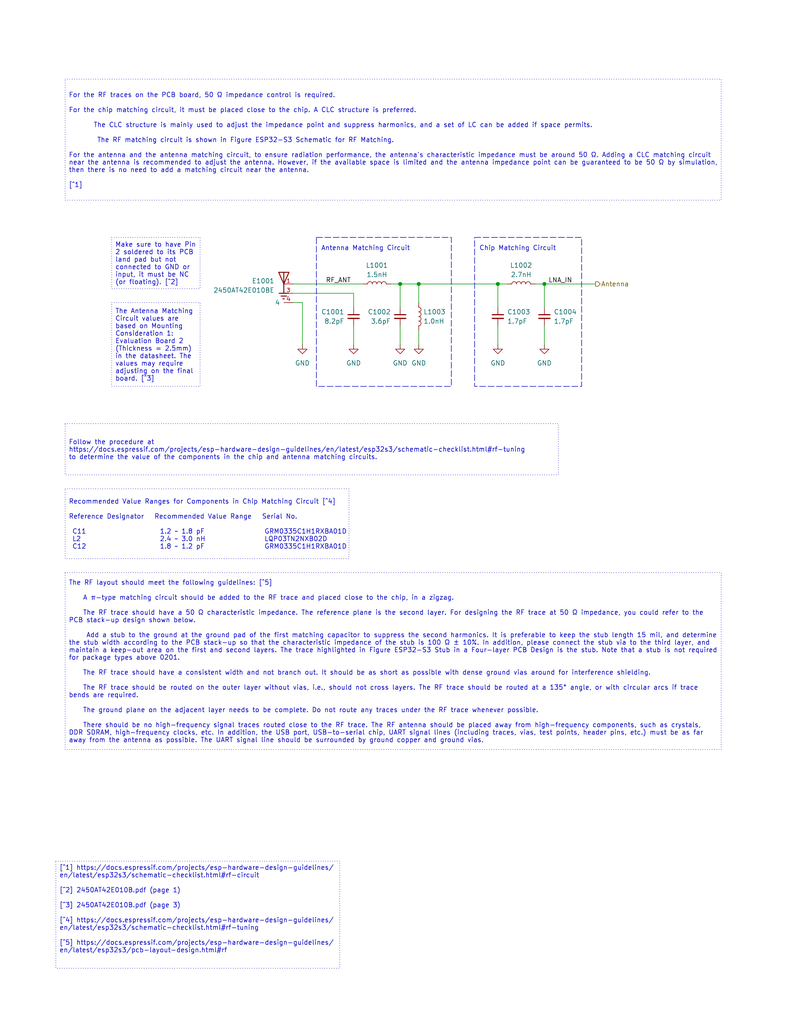
<source format=kicad_sch>
(kicad_sch
	(version 20231120)
	(generator "eeschema")
	(generator_version "8.0")
	(uuid "032684cc-a5f0-4554-b7fb-5c15ba3671a5")
	(paper "A" portrait)
	(title_block
		(title "Comms Badge Voice Assistant")
		(date "2024-03-02")
		(rev "0.1.1")
		(company "Home Sweet Home Assistant")
	)
	(lib_symbols
		(symbol "Comms Badge Voice Assistant Project:2450AT42E010BE"
			(pin_names
				(offset 1.016)
			)
			(exclude_from_sim no)
			(in_bom yes)
			(on_board yes)
			(property "Reference" "E1001"
				(at 2.54 0.8255 0)
				(effects
					(font
						(size 1.27 1.27)
					)
					(justify left)
				)
			)
			(property "Value" "2450AT42E010BE"
				(at 2.54 -1.7145 0)
				(effects
					(font
						(size 1.27 1.27)
					)
					(justify left)
				)
			)
			(property "Footprint" "2450AT42E010BE:XDCR_2450AT42E010BE"
				(at 0 0 0)
				(effects
					(font
						(size 1.27 1.27)
					)
					(justify bottom)
					(hide yes)
				)
			)
			(property "Datasheet" "https://www.johansontechnology.com/datasheets/2450AT42E010B/2450AT42E010B.pdf"
				(at 0 0 0)
				(effects
					(font
						(size 1.27 1.27)
					)
					(hide yes)
				)
			)
			(property "Description" ""
				(at 0 0 0)
				(effects
					(font
						(size 1.27 1.27)
					)
					(hide yes)
				)
			)
			(property "LCSC #" "C17243480"
				(at 0 0 0)
				(effects
					(font
						(size 1.27 1.27)
					)
					(hide yes)
				)
			)
			(property "Mfr. Part #" "2450AT42E010B001E"
				(at 0 0 0)
				(effects
					(font
						(size 1.27 1.27)
					)
					(hide yes)
				)
			)
			(property "DigiKey #" "712-2450AT42E010B001ECT-ND"
				(at 0 0 0)
				(effects
					(font
						(size 1.27 1.27)
					)
					(hide yes)
				)
			)
			(property "Mouser #" "609-2450AT42E010BE"
				(at 0 0 0)
				(effects
					(font
						(size 1.27 1.27)
					)
					(hide yes)
				)
			)
			(property "Price" "0.72"
				(at 0 0 0)
				(effects
					(font
						(size 1.27 1.27)
					)
					(hide yes)
				)
			)
			(symbol "2450AT42E010BE_0_0"
				(polyline
					(pts
						(xy -1.397 3.175) (xy 0 3.175)
					)
					(stroke
						(width 0.254)
						(type default)
					)
					(fill
						(type none)
					)
				)
				(polyline
					(pts
						(xy -0.762 -3.302) (xy 0.762 -3.302)
					)
					(stroke
						(width 0.254)
						(type default)
					)
					(fill
						(type none)
					)
				)
				(polyline
					(pts
						(xy -0.127 -4.064) (xy 0.254 -4.064)
					)
					(stroke
						(width 0.254)
						(type default)
					)
					(fill
						(type none)
					)
				)
				(polyline
					(pts
						(xy 0 -2.54) (xy -1.27 -2.54)
					)
					(stroke
						(width 0.254)
						(type default)
					)
					(fill
						(type none)
					)
				)
				(polyline
					(pts
						(xy 0 -2.54) (xy 1.27 -2.54)
					)
					(stroke
						(width 0.254)
						(type default)
					)
					(fill
						(type none)
					)
				)
				(polyline
					(pts
						(xy 0 0) (xy -1.397 3.175)
					)
					(stroke
						(width 0.254)
						(type default)
					)
					(fill
						(type none)
					)
				)
				(polyline
					(pts
						(xy 0 0) (xy 0 -2.54)
					)
					(stroke
						(width 0.254)
						(type default)
					)
					(fill
						(type none)
					)
				)
				(polyline
					(pts
						(xy 0 3.175) (xy 0 0)
					)
					(stroke
						(width 0.254)
						(type default)
					)
					(fill
						(type none)
					)
				)
				(polyline
					(pts
						(xy 0 3.175) (xy 1.397 3.175)
					)
					(stroke
						(width 0.254)
						(type default)
					)
					(fill
						(type none)
					)
				)
				(polyline
					(pts
						(xy 1.397 3.175) (xy 0 0)
					)
					(stroke
						(width 0.254)
						(type default)
					)
					(fill
						(type none)
					)
				)
				(pin passive line
					(at -2.54 0 0)
					(length 2.54)
					(name "~"
						(effects
							(font
								(size 1.016 1.016)
							)
						)
					)
					(number "1"
						(effects
							(font
								(size 1.016 1.016)
							)
						)
					)
				)
				(pin power_in line
					(at -2.54 -2.54 0)
					(length 2.54)
					(name "~"
						(effects
							(font
								(size 1.016 1.016)
							)
						)
					)
					(number "3"
						(effects
							(font
								(size 1.016 1.016)
							)
						)
					)
				)
			)
			(symbol "2450AT42E010BE_1_1"
				(pin no_connect line
					(at -2.54 -7.62 0)
					(length 2.54) hide
					(name "2"
						(effects
							(font
								(size 1.27 1.27)
							)
						)
					)
					(number "2"
						(effects
							(font
								(size 1.27 1.27)
							)
						)
					)
				)
				(pin power_in line
					(at -2.54 -5.08 0)
					(length 2.54)
					(name "4"
						(effects
							(font
								(size 1.27 1.27)
							)
						)
					)
					(number "4"
						(effects
							(font
								(size 1.27 1.27)
							)
						)
					)
				)
			)
		)
		(symbol "Comms Badge Voice Assistant Project:C_Small"
			(pin_numbers hide)
			(pin_names
				(offset 0.254) hide)
			(exclude_from_sim no)
			(in_bom yes)
			(on_board yes)
			(property "Reference" "C"
				(at 0.254 1.778 0)
				(effects
					(font
						(size 1.27 1.27)
					)
					(justify left)
				)
			)
			(property "Value" "C_Small"
				(at 0.254 -2.032 0)
				(effects
					(font
						(size 1.27 1.27)
					)
					(justify left)
				)
			)
			(property "Footprint" ""
				(at 0 0 0)
				(effects
					(font
						(size 1.27 1.27)
					)
					(hide yes)
				)
			)
			(property "Datasheet" "~"
				(at 0 0 0)
				(effects
					(font
						(size 1.27 1.27)
					)
					(hide yes)
				)
			)
			(property "Description" "Unpolarized capacitor, small symbol"
				(at 0 0 0)
				(effects
					(font
						(size 1.27 1.27)
					)
					(hide yes)
				)
			)
			(property "ki_keywords" "capacitor cap"
				(at 0 0 0)
				(effects
					(font
						(size 1.27 1.27)
					)
					(hide yes)
				)
			)
			(property "ki_fp_filters" "C_*"
				(at 0 0 0)
				(effects
					(font
						(size 1.27 1.27)
					)
					(hide yes)
				)
			)
			(symbol "C_Small_0_1"
				(polyline
					(pts
						(xy -1.524 -0.508) (xy 1.524 -0.508)
					)
					(stroke
						(width 0.3302)
						(type default)
					)
					(fill
						(type none)
					)
				)
				(polyline
					(pts
						(xy -1.524 0.508) (xy 1.524 0.508)
					)
					(stroke
						(width 0.3048)
						(type default)
					)
					(fill
						(type none)
					)
				)
			)
			(symbol "C_Small_1_1"
				(pin passive line
					(at 0 2.54 270)
					(length 2.032)
					(name "~"
						(effects
							(font
								(size 1.27 1.27)
							)
						)
					)
					(number "1"
						(effects
							(font
								(size 1.27 1.27)
							)
						)
					)
				)
				(pin passive line
					(at 0 -2.54 90)
					(length 2.032)
					(name "~"
						(effects
							(font
								(size 1.27 1.27)
							)
						)
					)
					(number "2"
						(effects
							(font
								(size 1.27 1.27)
							)
						)
					)
				)
			)
		)
		(symbol "Comms Badge Voice Assistant Project:GND"
			(power)
			(pin_names
				(offset 0)
			)
			(exclude_from_sim no)
			(in_bom yes)
			(on_board yes)
			(property "Reference" "#PWR"
				(at 0 -6.35 0)
				(effects
					(font
						(size 1.27 1.27)
					)
					(hide yes)
				)
			)
			(property "Value" "GND"
				(at 0 -3.81 0)
				(effects
					(font
						(size 1.27 1.27)
					)
				)
			)
			(property "Footprint" ""
				(at 0 0 0)
				(effects
					(font
						(size 1.27 1.27)
					)
					(hide yes)
				)
			)
			(property "Datasheet" ""
				(at 0 0 0)
				(effects
					(font
						(size 1.27 1.27)
					)
					(hide yes)
				)
			)
			(property "Description" "Power symbol creates a global label with name \"GND\" , ground"
				(at 0 0 0)
				(effects
					(font
						(size 1.27 1.27)
					)
					(hide yes)
				)
			)
			(property "ki_keywords" "global power"
				(at 0 0 0)
				(effects
					(font
						(size 1.27 1.27)
					)
					(hide yes)
				)
			)
			(symbol "GND_0_1"
				(polyline
					(pts
						(xy 0 0) (xy 0 -1.27) (xy 1.27 -1.27) (xy 0 -2.54) (xy -1.27 -1.27) (xy 0 -1.27)
					)
					(stroke
						(width 0)
						(type default)
					)
					(fill
						(type none)
					)
				)
			)
			(symbol "GND_1_1"
				(pin power_in line
					(at 0 0 270)
					(length 0) hide
					(name "GND"
						(effects
							(font
								(size 1.27 1.27)
							)
						)
					)
					(number "1"
						(effects
							(font
								(size 1.27 1.27)
							)
						)
					)
				)
			)
		)
		(symbol "Comms Badge Voice Assistant Project:L"
			(pin_numbers hide)
			(pin_names
				(offset 1.016) hide)
			(exclude_from_sim no)
			(in_bom yes)
			(on_board yes)
			(property "Reference" "L"
				(at -1.27 0 90)
				(effects
					(font
						(size 1.27 1.27)
					)
				)
			)
			(property "Value" "L"
				(at 1.905 0 90)
				(effects
					(font
						(size 1.27 1.27)
					)
				)
			)
			(property "Footprint" ""
				(at 0 0 0)
				(effects
					(font
						(size 1.27 1.27)
					)
					(hide yes)
				)
			)
			(property "Datasheet" "~"
				(at 0 0 0)
				(effects
					(font
						(size 1.27 1.27)
					)
					(hide yes)
				)
			)
			(property "Description" "Inductor"
				(at 0 0 0)
				(effects
					(font
						(size 1.27 1.27)
					)
					(hide yes)
				)
			)
			(property "ki_keywords" "inductor choke coil reactor magnetic"
				(at 0 0 0)
				(effects
					(font
						(size 1.27 1.27)
					)
					(hide yes)
				)
			)
			(property "ki_fp_filters" "Choke_* *Coil* Inductor_* L_*"
				(at 0 0 0)
				(effects
					(font
						(size 1.27 1.27)
					)
					(hide yes)
				)
			)
			(symbol "L_0_1"
				(arc
					(start 0 -2.54)
					(mid 0.6323 -1.905)
					(end 0 -1.27)
					(stroke
						(width 0)
						(type default)
					)
					(fill
						(type none)
					)
				)
				(arc
					(start 0 -1.27)
					(mid 0.6323 -0.635)
					(end 0 0)
					(stroke
						(width 0)
						(type default)
					)
					(fill
						(type none)
					)
				)
				(arc
					(start 0 0)
					(mid 0.6323 0.635)
					(end 0 1.27)
					(stroke
						(width 0)
						(type default)
					)
					(fill
						(type none)
					)
				)
				(arc
					(start 0 1.27)
					(mid 0.6323 1.905)
					(end 0 2.54)
					(stroke
						(width 0)
						(type default)
					)
					(fill
						(type none)
					)
				)
			)
			(symbol "L_1_1"
				(pin passive line
					(at 0 3.81 270)
					(length 1.27)
					(name "1"
						(effects
							(font
								(size 1.27 1.27)
							)
						)
					)
					(number "1"
						(effects
							(font
								(size 1.27 1.27)
							)
						)
					)
				)
				(pin passive line
					(at 0 -3.81 90)
					(length 1.27)
					(name "2"
						(effects
							(font
								(size 1.27 1.27)
							)
						)
					)
					(number "2"
						(effects
							(font
								(size 1.27 1.27)
							)
						)
					)
				)
			)
		)
	)
	(junction
		(at 109.22 77.47)
		(diameter 0)
		(color 0 0 0 0)
		(uuid "5f6b87e0-7b02-495d-a4a6-3ec0f7bad1f5")
	)
	(junction
		(at 135.89 77.47)
		(diameter 0)
		(color 0 0 0 0)
		(uuid "d5de757e-91a3-4ac0-8b49-e2f884aea916")
	)
	(junction
		(at 148.59 77.47)
		(diameter 0)
		(color 0 0 0 0)
		(uuid "ee9391f8-8d47-4bf1-8939-fcd76732959c")
	)
	(junction
		(at 114.3 77.47)
		(diameter 0)
		(color 0 0 0 0)
		(uuid "faafd843-87ae-4eb6-8cd9-3cc3a3c9d7d1")
	)
	(wire
		(pts
			(xy 148.59 88.9) (xy 148.59 93.98)
		)
		(stroke
			(width 0)
			(type default)
		)
		(uuid "03b83b28-cfd1-4ae5-bf99-5605d49d390b")
	)
	(wire
		(pts
			(xy 80.01 80.01) (xy 96.52 80.01)
		)
		(stroke
			(width 0)
			(type default)
		)
		(uuid "077e89f6-e3ee-42ae-bb63-b5e3af23764e")
	)
	(wire
		(pts
			(xy 96.52 88.9) (xy 96.52 93.98)
		)
		(stroke
			(width 0)
			(type default)
		)
		(uuid "0b49214f-edaf-40a1-8662-08ccb1966d8a")
	)
	(wire
		(pts
			(xy 135.89 77.47) (xy 135.89 83.82)
		)
		(stroke
			(width 0)
			(type default)
		)
		(uuid "0cd40f98-03b3-48b1-88c9-7c8d15a069db")
	)
	(wire
		(pts
			(xy 80.01 82.55) (xy 82.55 82.55)
		)
		(stroke
			(width 0)
			(type default)
		)
		(uuid "1064ff66-09ff-459f-b6da-6bf016f0422c")
	)
	(wire
		(pts
			(xy 109.22 77.47) (xy 109.22 83.82)
		)
		(stroke
			(width 0)
			(type default)
		)
		(uuid "13c53617-8603-4855-afc4-3bf3e079ad89")
	)
	(wire
		(pts
			(xy 106.68 77.47) (xy 109.22 77.47)
		)
		(stroke
			(width 0)
			(type default)
		)
		(uuid "248076f9-6aca-4dd6-917d-06271e0312d5")
	)
	(wire
		(pts
			(xy 114.3 90.17) (xy 114.3 93.98)
		)
		(stroke
			(width 0)
			(type default)
		)
		(uuid "25295b1f-e88e-40b7-8a30-8750e89371bf")
	)
	(wire
		(pts
			(xy 82.55 82.55) (xy 82.55 93.98)
		)
		(stroke
			(width 0)
			(type default)
		)
		(uuid "2aa43e78-17f9-4808-861a-b10611fc9cb0")
	)
	(wire
		(pts
			(xy 146.05 77.47) (xy 148.59 77.47)
		)
		(stroke
			(width 0)
			(type default)
		)
		(uuid "35863fee-46ac-46be-9dd5-e1b7d7cba006")
	)
	(wire
		(pts
			(xy 109.22 88.9) (xy 109.22 93.98)
		)
		(stroke
			(width 0)
			(type default)
		)
		(uuid "3cc0c4ce-6696-4bc2-8d02-f927e927bef0")
	)
	(wire
		(pts
			(xy 114.3 77.47) (xy 135.89 77.47)
		)
		(stroke
			(width 0)
			(type default)
		)
		(uuid "49582b28-d2cd-4a4e-bcbe-47c80f2e9fb1")
	)
	(wire
		(pts
			(xy 148.59 83.82) (xy 148.59 77.47)
		)
		(stroke
			(width 0)
			(type default)
		)
		(uuid "54953d13-997a-4959-839d-3cfb50e23d8f")
	)
	(wire
		(pts
			(xy 114.3 77.47) (xy 114.3 82.55)
		)
		(stroke
			(width 0)
			(type default)
		)
		(uuid "6c70c046-1d15-47f9-b48a-7c5b3dfef3b1")
	)
	(wire
		(pts
			(xy 109.22 77.47) (xy 114.3 77.47)
		)
		(stroke
			(width 0)
			(type default)
		)
		(uuid "7743b7f7-58f9-4cfc-94f8-c60fdb715de4")
	)
	(wire
		(pts
			(xy 135.89 77.47) (xy 138.43 77.47)
		)
		(stroke
			(width 0)
			(type default)
		)
		(uuid "8e9d29f7-82d3-4607-9955-160683264bfd")
	)
	(wire
		(pts
			(xy 148.59 77.47) (xy 162.56 77.47)
		)
		(stroke
			(width 0)
			(type default)
		)
		(uuid "93d1cd0b-edaf-4d30-a44a-684a06987707")
	)
	(wire
		(pts
			(xy 96.52 80.01) (xy 96.52 83.82)
		)
		(stroke
			(width 0)
			(type default)
		)
		(uuid "9ec17a57-b886-491d-97ab-e7b9a01f8e88")
	)
	(wire
		(pts
			(xy 80.01 77.47) (xy 99.06 77.47)
		)
		(stroke
			(width 0)
			(type default)
		)
		(uuid "c31964ff-e596-4b2a-8a69-9199e55181a6")
	)
	(wire
		(pts
			(xy 135.89 88.9) (xy 135.89 93.98)
		)
		(stroke
			(width 0)
			(type default)
		)
		(uuid "cfed0799-d3ed-4800-b041-f2223f377acb")
	)
	(rectangle
		(start 129.54 64.77)
		(end 158.75 105.41)
		(stroke
			(width 0)
			(type dash)
		)
		(fill
			(type none)
		)
		(uuid 2307737a-b3c8-475c-a5d3-698643a26f7a)
	)
	(rectangle
		(start 86.36 64.77)
		(end 123.19 105.41)
		(stroke
			(width 0)
			(type dash)
		)
		(fill
			(type none)
		)
		(uuid 4a8c53db-4a4a-4583-9671-1836130d4252)
	)
	(text_box "The RF layout should meet the following guidelines: [^5]\n\n    A π-type matching circuit should be added to the RF trace and placed close to the chip, in a zigzag.\n\n    The RF trace should have a 50 Ω characteristic impedance. The reference plane is the second layer. For designing the RF trace at 50 Ω impedance, you could refer to the PCB stack-up design shown below.\n\n	Add a stub to the ground at the ground pad of the first matching capacitor to suppress the second harmonics. It is preferable to keep the stub length 15 mil, and determine the stub width according to the PCB stack-up so that the characteristic impedance of the stub is 100 Ω ± 10%. In addition, please connect the stub via to the third layer, and maintain a keep-out area on the first and second layers. The trace highlighted in Figure ESP32-S3 Stub in a Four-layer PCB Design is the stub. Note that a stub is not required for package types above 0201.\n\n    The RF trace should have a consistent width and not branch out. It should be as short as possible with dense ground vias around for interference shielding.\n\n    The RF trace should be routed on the outer layer without vias, i.e., should not cross layers. The RF trace should be routed at a 135° angle, or with circular arcs if trace bends are required.\n\n    The ground plane on the adjacent layer needs to be complete. Do not route any traces under the RF trace whenever possible.\n\n    There should be no high-frequency signal traces routed close to the RF trace. The RF antenna should be placed away from high-frequency components, such as crystals, DDR SDRAM, high-frequency clocks, etc. In addition, the USB port, USB-to-serial chip, UART signal lines (including traces, vias, test points, header pins, etc.) must be as far away from the antenna as possible. The UART signal line should be surrounded by ground copper and ground vias.\n"
		(exclude_from_sim no)
		(at 17.78 156.21 0)
		(size 179.07 48.26)
		(stroke
			(width 0)
			(type dot)
		)
		(fill
			(type none)
		)
		(effects
			(font
				(size 1.27 1.27)
			)
			(justify left)
		)
		(uuid "21b85e41-ae14-488c-9f81-360ed96b1a98")
	)
	(text_box "Recommended Value Ranges for Components in Chip Matching Circuit [^4]\n\nReference Designator   Recommended Value Range   Serial No.\n\n C11			     1.2 ~ 1.8 pF		   GRM0335C1H1RXBA01D\n L2				     2.4 ~ 3.0 nH		   LQP03TN2NXB02D\n C12			     1.8 ~ 1.2 pF		   GRM0335C1H1RXBA01D"
		(exclude_from_sim no)
		(at 17.78 133.35 0)
		(size 77.47 19.05)
		(stroke
			(width 0)
			(type dot)
		)
		(fill
			(type none)
		)
		(effects
			(font
				(size 1.27 1.27)
			)
			(justify left)
		)
		(uuid "2ad62c15-de3c-4475-b90f-1130bad353f4")
	)
	(text_box "Follow the procedure at\nhttps://docs.espressif.com/projects/esp-hardware-design-guidelines/en/latest/esp32s3/schematic-checklist.html#rf-tuning\nto determine the value of the components in the chip and antenna matching circuits."
		(exclude_from_sim no)
		(at 17.78 115.57 0)
		(size 134.62 13.97)
		(stroke
			(width 0)
			(type dot)
		)
		(fill
			(type none)
		)
		(effects
			(font
				(size 1.27 1.27)
			)
			(justify left)
		)
		(uuid "72d8ad01-a09b-4bc9-bf0d-e4f2b2d146ca")
	)
	(text_box "Make sure to have Pin 2 soldered to its PCB land pad but not connected to GND or input, it must be NC (or floating). [^2]"
		(exclude_from_sim no)
		(at 30.48 64.77 0)
		(size 24.13 13.97)
		(stroke
			(width 0)
			(type dot)
		)
		(fill
			(type none)
		)
		(effects
			(font
				(size 1.27 1.27)
			)
			(justify left)
		)
		(uuid "804d727d-7cba-4231-a8d3-6416b82b4174")
	)
	(text_box "[^1] https://docs.espressif.com/projects/esp-hardware-design-guidelines/\nen/latest/esp32s3/schematic-checklist.html#rf-circuit\n\n[^2] 2450AT42E010B.pdf (page 1)\n\n[^3] 2450AT42E010B.pdf (page 3)\n\n[^4] https://docs.espressif.com/projects/esp-hardware-design-guidelines/\nen/latest/esp32s3/schematic-checklist.html#rf-tuning\n\n[^5] https://docs.espressif.com/projects/esp-hardware-design-guidelines/\nen/latest/esp32s3/pcb-layout-design.html#rf"
		(exclude_from_sim no)
		(at 15.24 234.95 0)
		(size 77.47 29.21)
		(stroke
			(width 0)
			(type dot)
		)
		(fill
			(type none)
		)
		(effects
			(font
				(size 1.27 1.27)
			)
			(justify left top)
		)
		(uuid "8f167009-b33b-4555-9d9d-59685f6f23d5")
	)
	(text_box "The Antenna Matching Circuit values are based on Mounting Consideration 1: Evaluation Board 2 (Thickness = 2.5mm) in the datasheet. The values may require adjusting on the final board. [^3]"
		(exclude_from_sim no)
		(at 30.48 82.55 0)
		(size 24.13 22.86)
		(stroke
			(width 0)
			(type dot)
		)
		(fill
			(type none)
		)
		(effects
			(font
				(size 1.27 1.27)
			)
			(justify left)
		)
		(uuid "900ecf46-9e59-4556-8e6e-733651a71c81")
	)
	(text_box "For the RF traces on the PCB board, 50 Ω impedance control is required.\n\nFor the chip matching circuit, it must be placed close to the chip. A CLC structure is preferred.\n\n       The CLC structure is mainly used to adjust the impedance point and suppress harmonics, and a set of LC can be added if space permits.\n\n        The RF matching circuit is shown in Figure ESP32-S3 Schematic for RF Matching.\n\nFor the antenna and the antenna matching circuit, to ensure radiation performance, the antenna's characteristic impedance must be around 50 Ω. Adding a CLC matching circuit near the antenna is recommended to adjust the antenna. However, if the available space is limited and the antenna impedance point can be guaranteed to be 50 Ω by simulation, then there is no need to add a matching circuit near the antenna.\n\n[^1]"
		(exclude_from_sim no)
		(at 17.78 21.59 0)
		(size 179.07 33.02)
		(stroke
			(width 0)
			(type dot)
		)
		(fill
			(type none)
		)
		(effects
			(font
				(size 1.27 1.27)
			)
			(justify left)
		)
		(uuid "90781196-9e2e-44d1-8a5c-97a0610578e9")
	)
	(text "Chip Matching Circuit"
		(exclude_from_sim no)
		(at 130.81 67.818 0)
		(effects
			(font
				(size 1.27 1.27)
			)
			(justify left)
		)
		(uuid "40d2571b-308e-425b-b8f4-d16f8f3c02f8")
	)
	(text "Antenna Matching Circuit"
		(exclude_from_sim no)
		(at 87.63 67.818 0)
		(effects
			(font
				(size 1.27 1.27)
			)
			(justify left)
		)
		(uuid "b6543d73-40e5-41d1-914d-fd5347f421d4")
	)
	(label "RF_ANT"
		(at 88.9 77.47 0)
		(fields_autoplaced yes)
		(effects
			(font
				(size 1.27 1.27)
			)
			(justify left bottom)
		)
		(uuid "04f03572-306e-49b0-98c0-eb132af14ad5")
	)
	(label "LNA_IN"
		(at 156.21 77.47 180)
		(fields_autoplaced yes)
		(effects
			(font
				(size 1.27 1.27)
			)
			(justify right bottom)
		)
		(uuid "4e7792d3-ea1c-4edf-bacf-129a4655764d")
	)
	(hierarchical_label "Antenna"
		(shape output)
		(at 162.56 77.47 0)
		(fields_autoplaced yes)
		(effects
			(font
				(size 1.27 1.27)
			)
			(justify left)
		)
		(uuid "db1a2355-3e47-4549-b1a6-e3af30bac59b")
	)
	(symbol
		(lib_id "Comms Badge Voice Assistant Project:GND")
		(at 96.52 93.98 0)
		(unit 1)
		(exclude_from_sim no)
		(in_bom yes)
		(on_board yes)
		(dnp no)
		(fields_autoplaced yes)
		(uuid "0a1382a6-f49a-4c1e-ad85-b77121ca946d")
		(property "Reference" "#PWR01001"
			(at 96.52 100.33 0)
			(effects
				(font
					(size 1.27 1.27)
				)
				(hide yes)
			)
		)
		(property "Value" "GND"
			(at 96.52 99.06 0)
			(effects
				(font
					(size 1.27 1.27)
				)
			)
		)
		(property "Footprint" ""
			(at 96.52 93.98 0)
			(effects
				(font
					(size 1.27 1.27)
				)
				(hide yes)
			)
		)
		(property "Datasheet" ""
			(at 96.52 93.98 0)
			(effects
				(font
					(size 1.27 1.27)
				)
				(hide yes)
			)
		)
		(property "Description" ""
			(at 96.52 93.98 0)
			(effects
				(font
					(size 1.27 1.27)
				)
				(hide yes)
			)
		)
		(pin "1"
			(uuid "24963ed4-38e0-4ae4-8f9c-c380f75e34ef")
		)
		(instances
			(project "Comms Badge Voice Assistant Project"
				(path "/615e3260-ff62-492c-a651-02eeac1fdade/5fa97130-643a-4419-aa6c-6ca7316b1e6f/8295f915-3f19-4132-afe5-0fc10775fdbd"
					(reference "#PWR01001")
					(unit 1)
				)
			)
		)
	)
	(symbol
		(lib_id "Comms Badge Voice Assistant Project:2450AT42E010BE")
		(at 77.47 77.47 0)
		(mirror y)
		(unit 1)
		(exclude_from_sim no)
		(in_bom yes)
		(on_board yes)
		(dnp no)
		(uuid "0a8a80c5-3f07-4fdd-9aa7-a324b29e8503")
		(property "Reference" "E1001"
			(at 74.93 76.6445 0)
			(effects
				(font
					(size 1.27 1.27)
				)
				(justify left)
			)
		)
		(property "Value" "2450AT42E010BE"
			(at 74.93 79.1845 0)
			(effects
				(font
					(size 1.27 1.27)
				)
				(justify left)
			)
		)
		(property "Footprint" "2450AT42E010BE:XDCR_2450AT42E010BE"
			(at 77.47 77.47 0)
			(effects
				(font
					(size 1.27 1.27)
				)
				(justify bottom)
				(hide yes)
			)
		)
		(property "Datasheet" "https://www.johansontechnology.com/datasheets/2450AT42E010B/2450AT42E010B.pdf"
			(at 77.47 77.47 0)
			(effects
				(font
					(size 1.27 1.27)
				)
				(hide yes)
			)
		)
		(property "Description" ""
			(at 77.47 77.47 0)
			(effects
				(font
					(size 1.27 1.27)
				)
				(hide yes)
			)
		)
		(property "LCSC #" "C17243480"
			(at 77.47 77.47 0)
			(effects
				(font
					(size 1.27 1.27)
				)
				(hide yes)
			)
		)
		(property "Mfr. Part #" "2450AT42E010B001E"
			(at 77.47 77.47 0)
			(effects
				(font
					(size 1.27 1.27)
				)
				(hide yes)
			)
		)
		(property "DigiKey #" "712-2450AT42E010B001ECT-ND"
			(at 77.47 77.47 0)
			(effects
				(font
					(size 1.27 1.27)
				)
				(hide yes)
			)
		)
		(property "Mouser #" "609-2450AT42E010BE"
			(at 77.47 77.47 0)
			(effects
				(font
					(size 1.27 1.27)
				)
				(hide yes)
			)
		)
		(property "Price" "0.72"
			(at 77.47 77.47 0)
			(effects
				(font
					(size 1.27 1.27)
				)
				(hide yes)
			)
		)
		(pin "1"
			(uuid "3f27c784-9c8d-4ba7-8c46-87023b33e782")
		)
		(pin "3"
			(uuid "d58d0385-2136-4635-bc93-f16932f7e610")
		)
		(pin "2"
			(uuid "e1e8c8f1-4af6-468f-985b-b34149b148ca")
		)
		(pin "4"
			(uuid "12238c67-28f2-4f95-83be-e18ce05f9b2d")
		)
		(instances
			(project "Comms Badge Voice Assistant Project"
				(path "/615e3260-ff62-492c-a651-02eeac1fdade/5fa97130-643a-4419-aa6c-6ca7316b1e6f/8295f915-3f19-4132-afe5-0fc10775fdbd"
					(reference "E1001")
					(unit 1)
				)
			)
		)
	)
	(symbol
		(lib_id "Comms Badge Voice Assistant Project:C_Small")
		(at 109.22 86.36 0)
		(mirror y)
		(unit 1)
		(exclude_from_sim no)
		(in_bom yes)
		(on_board yes)
		(dnp no)
		(uuid "22bd4f17-d070-4eb8-bbca-46a8cb1632cf")
		(property "Reference" "C1002"
			(at 106.68 85.0963 0)
			(effects
				(font
					(size 1.27 1.27)
				)
				(justify left)
			)
		)
		(property "Value" "3.6pF"
			(at 106.68 87.6363 0)
			(effects
				(font
					(size 1.27 1.27)
				)
				(justify left)
			)
		)
		(property "Footprint" "Capacitor_SMD:C_0402_1005Metric"
			(at 109.22 86.36 0)
			(effects
				(font
					(size 1.27 1.27)
				)
				(hide yes)
			)
		)
		(property "Datasheet" "https://datasheet.lcsc.com/lcsc/2201131300_Murata-Electronics-GRM1555C1H3R6CA01D_C913745.pdf"
			(at 109.22 86.36 0)
			(effects
				(font
					(size 1.27 1.27)
				)
				(hide yes)
			)
		)
		(property "Description" ""
			(at 109.22 86.36 0)
			(effects
				(font
					(size 1.27 1.27)
				)
				(hide yes)
			)
		)
		(property "LCSC #" "C913745"
			(at 109.22 86.36 0)
			(effects
				(font
					(size 1.27 1.27)
				)
				(hide yes)
			)
		)
		(property "Mfr. Part #" "GRM1555C1H3R6CA01D"
			(at 109.22 86.36 0)
			(effects
				(font
					(size 1.27 1.27)
				)
				(hide yes)
			)
		)
		(property "DigiKey #" "490-5939-1-ND"
			(at 109.22 86.36 0)
			(effects
				(font
					(size 1.27 1.27)
				)
				(hide yes)
			)
		)
		(property "Mouser #" "81-GRM1555C1H3R6CA1D "
			(at 109.22 86.36 0)
			(effects
				(font
					(size 1.27 1.27)
				)
				(hide yes)
			)
		)
		(property "Price" "0.0044"
			(at 109.22 86.36 0)
			(effects
				(font
					(size 1.27 1.27)
				)
				(hide yes)
			)
		)
		(pin "1"
			(uuid "0d3552d6-ad5d-4ed8-b1b0-c75761c3ea47")
		)
		(pin "2"
			(uuid "5a7de15a-031b-451a-a2d7-5de84756816b")
		)
		(instances
			(project "Comms Badge Voice Assistant Project"
				(path "/615e3260-ff62-492c-a651-02eeac1fdade/5fa97130-643a-4419-aa6c-6ca7316b1e6f/8295f915-3f19-4132-afe5-0fc10775fdbd"
					(reference "C1002")
					(unit 1)
				)
			)
		)
	)
	(symbol
		(lib_id "Comms Badge Voice Assistant Project:C_Small")
		(at 96.52 86.36 0)
		(mirror y)
		(unit 1)
		(exclude_from_sim no)
		(in_bom yes)
		(on_board yes)
		(dnp no)
		(uuid "372dbcb0-f137-4f28-993b-429146fa18f8")
		(property "Reference" "C1001"
			(at 93.98 85.0963 0)
			(effects
				(font
					(size 1.27 1.27)
				)
				(justify left)
			)
		)
		(property "Value" "8.2pF"
			(at 93.98 87.6363 0)
			(effects
				(font
					(size 1.27 1.27)
				)
				(justify left)
			)
		)
		(property "Footprint" "Capacitor_SMD:C_0402_1005Metric"
			(at 96.52 86.36 0)
			(effects
				(font
					(size 1.27 1.27)
				)
				(hide yes)
			)
		)
		(property "Datasheet" "https://datasheet.lcsc.com/lcsc/1811081615_Murata-Electronics-GRM1555C1H8R2CA01D_C76984.pdf"
			(at 96.52 86.36 0)
			(effects
				(font
					(size 1.27 1.27)
				)
				(hide yes)
			)
		)
		(property "Description" ""
			(at 96.52 86.36 0)
			(effects
				(font
					(size 1.27 1.27)
				)
				(hide yes)
			)
		)
		(property "LCSC #" "C76984"
			(at 96.52 86.36 0)
			(effects
				(font
					(size 1.27 1.27)
				)
				(hide yes)
			)
		)
		(property "Mfr. Part #" "GRM1555C1H8R2CA01D"
			(at 96.52 86.36 0)
			(effects
				(font
					(size 1.27 1.27)
				)
				(hide yes)
			)
		)
		(property "DigiKey #" "490-6256-1-ND"
			(at 96.52 86.36 0)
			(effects
				(font
					(size 1.27 1.27)
				)
				(hide yes)
			)
		)
		(property "Mouser #" "81-GRM1555C1H8R2CA1D "
			(at 96.52 86.36 0)
			(effects
				(font
					(size 1.27 1.27)
				)
				(hide yes)
			)
		)
		(property "Price" "0.0032"
			(at 96.52 86.36 0)
			(effects
				(font
					(size 1.27 1.27)
				)
				(hide yes)
			)
		)
		(pin "1"
			(uuid "73733841-d13d-401c-86a7-795f742e83eb")
		)
		(pin "2"
			(uuid "044b401e-a847-4a78-8773-069acfad46bc")
		)
		(instances
			(project "Comms Badge Voice Assistant Project"
				(path "/615e3260-ff62-492c-a651-02eeac1fdade/5fa97130-643a-4419-aa6c-6ca7316b1e6f/8295f915-3f19-4132-afe5-0fc10775fdbd"
					(reference "C1001")
					(unit 1)
				)
			)
		)
	)
	(symbol
		(lib_id "Comms Badge Voice Assistant Project:C_Small")
		(at 148.59 86.36 0)
		(unit 1)
		(exclude_from_sim no)
		(in_bom yes)
		(on_board yes)
		(dnp no)
		(fields_autoplaced yes)
		(uuid "3e7a3bf6-9d03-4dc6-8a18-d5da8faf752a")
		(property "Reference" "C1004"
			(at 151.13 85.0963 0)
			(effects
				(font
					(size 1.27 1.27)
				)
				(justify left)
			)
		)
		(property "Value" "1.7pF"
			(at 151.13 87.6363 0)
			(effects
				(font
					(size 1.27 1.27)
				)
				(justify left)
			)
		)
		(property "Footprint" "Capacitor_SMD:C_0402_1005Metric"
			(at 148.59 86.36 0)
			(effects
				(font
					(size 1.27 1.27)
				)
				(hide yes)
			)
		)
		(property "Datasheet" "https://datasheet.lcsc.com/lcsc/2210251230_Murata-Electronics-GJM1555C1H1R7BB01D_C161313.pdf"
			(at 148.59 86.36 0)
			(effects
				(font
					(size 1.27 1.27)
				)
				(hide yes)
			)
		)
		(property "Description" ""
			(at 148.59 86.36 0)
			(effects
				(font
					(size 1.27 1.27)
				)
				(hide yes)
			)
		)
		(property "LCSC #" "C161313"
			(at 148.59 86.36 0)
			(effects
				(font
					(size 1.27 1.27)
				)
				(hide yes)
			)
		)
		(property "Mfr. Part #" "GJM1555C1H1R7BB01D"
			(at 148.59 86.36 0)
			(effects
				(font
					(size 1.27 1.27)
				)
				(hide yes)
			)
		)
		(property "DigiKey #" "490-6074-1-ND"
			(at 148.59 86.36 0)
			(effects
				(font
					(size 1.27 1.27)
				)
				(hide yes)
			)
		)
		(property "Mouser #" "81-GJM1555C1H1R7BB1D"
			(at 148.59 86.36 0)
			(effects
				(font
					(size 1.27 1.27)
				)
				(hide yes)
			)
		)
		(property "Price" "0.0277"
			(at 148.59 86.36 0)
			(effects
				(font
					(size 1.27 1.27)
				)
				(hide yes)
			)
		)
		(pin "1"
			(uuid "c524d309-04b1-47a1-ba44-79cff31eb514")
		)
		(pin "2"
			(uuid "4447b236-f7cd-4364-b0e1-ce939e360119")
		)
		(instances
			(project "Comms Badge Voice Assistant Project"
				(path "/615e3260-ff62-492c-a651-02eeac1fdade/5fa97130-643a-4419-aa6c-6ca7316b1e6f/8295f915-3f19-4132-afe5-0fc10775fdbd"
					(reference "C1004")
					(unit 1)
				)
			)
		)
	)
	(symbol
		(lib_id "Comms Badge Voice Assistant Project:GND")
		(at 148.59 93.98 0)
		(unit 1)
		(exclude_from_sim no)
		(in_bom yes)
		(on_board yes)
		(dnp no)
		(fields_autoplaced yes)
		(uuid "4028c77a-bc3e-4814-b04a-4cf175e03b0c")
		(property "Reference" "#PWR01005"
			(at 148.59 100.33 0)
			(effects
				(font
					(size 1.27 1.27)
				)
				(hide yes)
			)
		)
		(property "Value" "GND"
			(at 148.59 99.06 0)
			(effects
				(font
					(size 1.27 1.27)
				)
			)
		)
		(property "Footprint" ""
			(at 148.59 93.98 0)
			(effects
				(font
					(size 1.27 1.27)
				)
				(hide yes)
			)
		)
		(property "Datasheet" ""
			(at 148.59 93.98 0)
			(effects
				(font
					(size 1.27 1.27)
				)
				(hide yes)
			)
		)
		(property "Description" ""
			(at 148.59 93.98 0)
			(effects
				(font
					(size 1.27 1.27)
				)
				(hide yes)
			)
		)
		(pin "1"
			(uuid "673646f5-5a10-4dc4-b769-9e5a45f1c3db")
		)
		(instances
			(project "Comms Badge Voice Assistant Project"
				(path "/615e3260-ff62-492c-a651-02eeac1fdade/5fa97130-643a-4419-aa6c-6ca7316b1e6f/8295f915-3f19-4132-afe5-0fc10775fdbd"
					(reference "#PWR01005")
					(unit 1)
				)
			)
		)
	)
	(symbol
		(lib_id "Comms Badge Voice Assistant Project:GND")
		(at 114.3 93.98 0)
		(unit 1)
		(exclude_from_sim no)
		(in_bom yes)
		(on_board yes)
		(dnp no)
		(fields_autoplaced yes)
		(uuid "7929b82a-49c9-4b68-9f76-bc0d9914c3cb")
		(property "Reference" "#PWR01003"
			(at 114.3 100.33 0)
			(effects
				(font
					(size 1.27 1.27)
				)
				(hide yes)
			)
		)
		(property "Value" "GND"
			(at 114.3 99.06 0)
			(effects
				(font
					(size 1.27 1.27)
				)
			)
		)
		(property "Footprint" ""
			(at 114.3 93.98 0)
			(effects
				(font
					(size 1.27 1.27)
				)
				(hide yes)
			)
		)
		(property "Datasheet" ""
			(at 114.3 93.98 0)
			(effects
				(font
					(size 1.27 1.27)
				)
				(hide yes)
			)
		)
		(property "Description" ""
			(at 114.3 93.98 0)
			(effects
				(font
					(size 1.27 1.27)
				)
				(hide yes)
			)
		)
		(pin "1"
			(uuid "a24a22ef-dd64-4d86-8800-7d73af7c810c")
		)
		(instances
			(project "Comms Badge Voice Assistant Project"
				(path "/615e3260-ff62-492c-a651-02eeac1fdade/5fa97130-643a-4419-aa6c-6ca7316b1e6f/8295f915-3f19-4132-afe5-0fc10775fdbd"
					(reference "#PWR01003")
					(unit 1)
				)
			)
		)
	)
	(symbol
		(lib_id "Comms Badge Voice Assistant Project:L")
		(at 142.24 77.47 90)
		(unit 1)
		(exclude_from_sim no)
		(in_bom yes)
		(on_board yes)
		(dnp no)
		(uuid "a0897c88-06e9-4157-8eed-bdf33882efb0")
		(property "Reference" "L1002"
			(at 142.24 72.39 90)
			(effects
				(font
					(size 1.27 1.27)
				)
			)
		)
		(property "Value" "2.7nH"
			(at 142.24 74.93 90)
			(effects
				(font
					(size 1.27 1.27)
				)
			)
		)
		(property "Footprint" "Inductor_SMD:L_0402_1005Metric_Pad0.77x0.64mm_HandSolder"
			(at 142.24 77.47 0)
			(effects
				(font
					(size 1.27 1.27)
				)
				(hide yes)
			)
		)
		(property "Datasheet" "https://datasheet.lcsc.com/lcsc/2304140030_Murata-Electronics-LQG15HS2N7B02D_C162541.pdf"
			(at 142.24 77.47 0)
			(effects
				(font
					(size 1.27 1.27)
				)
				(hide yes)
			)
		)
		(property "Description" ""
			(at 142.24 77.47 0)
			(effects
				(font
					(size 1.27 1.27)
				)
				(hide yes)
			)
		)
		(property "LCSC #" "C162541"
			(at 142.24 77.47 0)
			(effects
				(font
					(size 1.27 1.27)
				)
				(hide yes)
			)
		)
		(property "Mfr. Part #" "LQG15HS2N7B02D"
			(at 142.24 77.47 0)
			(effects
				(font
					(size 1.27 1.27)
				)
				(hide yes)
			)
		)
		(property "DigiKey #" "490-LQG15HS2N7B02DCT-ND"
			(at 142.24 77.47 0)
			(effects
				(font
					(size 1.27 1.27)
				)
				(hide yes)
			)
		)
		(property "Mouser #" " 81-LQG15HS2N7B02D "
			(at 142.24 77.47 0)
			(effects
				(font
					(size 1.27 1.27)
				)
				(hide yes)
			)
		)
		(property "Price" "0.0367"
			(at 142.24 77.47 0)
			(effects
				(font
					(size 1.27 1.27)
				)
				(hide yes)
			)
		)
		(pin "1"
			(uuid "ae4650b6-e73a-4080-ba8d-2594e2cf943d")
		)
		(pin "2"
			(uuid "5ef29deb-4264-4454-8adc-d350076957f2")
		)
		(instances
			(project "Comms Badge Voice Assistant Project"
				(path "/615e3260-ff62-492c-a651-02eeac1fdade/5fa97130-643a-4419-aa6c-6ca7316b1e6f/8295f915-3f19-4132-afe5-0fc10775fdbd"
					(reference "L1002")
					(unit 1)
				)
			)
		)
	)
	(symbol
		(lib_id "Comms Badge Voice Assistant Project:L")
		(at 102.87 77.47 90)
		(unit 1)
		(exclude_from_sim no)
		(in_bom yes)
		(on_board yes)
		(dnp no)
		(fields_autoplaced yes)
		(uuid "a765840c-75b2-41bf-ab55-717b88d2683e")
		(property "Reference" "L1001"
			(at 102.87 72.39 90)
			(effects
				(font
					(size 1.27 1.27)
				)
			)
		)
		(property "Value" "1.5nH"
			(at 102.87 74.93 90)
			(effects
				(font
					(size 1.27 1.27)
				)
			)
		)
		(property "Footprint" "Inductor_SMD:L_0402_1005Metric_Pad0.77x0.64mm_HandSolder"
			(at 102.87 77.47 0)
			(effects
				(font
					(size 1.27 1.27)
				)
				(hide yes)
			)
		)
		(property "Datasheet" "https://datasheet.lcsc.com/lcsc/2308111426_Murata-Electronics-LQG15HN1N5B02D_C3911113.pdf"
			(at 102.87 77.47 0)
			(effects
				(font
					(size 1.27 1.27)
				)
				(hide yes)
			)
		)
		(property "Description" ""
			(at 102.87 77.47 0)
			(effects
				(font
					(size 1.27 1.27)
				)
				(hide yes)
			)
		)
		(property "LCSC #" "C3911113"
			(at 102.87 77.47 0)
			(effects
				(font
					(size 1.27 1.27)
				)
				(hide yes)
			)
		)
		(property "Mfr. Part #" "LQG15HN1N5B02D"
			(at 102.87 77.47 0)
			(effects
				(font
					(size 1.27 1.27)
				)
				(hide yes)
			)
		)
		(property "DigiKey #" "490-LQG15HN1N5B02DTR-ND"
			(at 102.87 77.47 0)
			(effects
				(font
					(size 1.27 1.27)
				)
				(hide yes)
			)
		)
		(property "Mouser #" "81-LQG15HN1N5B02D "
			(at 102.87 77.47 0)
			(effects
				(font
					(size 1.27 1.27)
				)
				(hide yes)
			)
		)
		(property "Price" "0.0395"
			(at 102.87 77.47 0)
			(effects
				(font
					(size 1.27 1.27)
				)
				(hide yes)
			)
		)
		(pin "1"
			(uuid "17562f30-6f10-4709-bb34-0f14cb6b7543")
		)
		(pin "2"
			(uuid "0c2b4428-b58e-44a1-bcd8-d19522baebae")
		)
		(instances
			(project "Comms Badge Voice Assistant Project"
				(path "/615e3260-ff62-492c-a651-02eeac1fdade/5fa97130-643a-4419-aa6c-6ca7316b1e6f/8295f915-3f19-4132-afe5-0fc10775fdbd"
					(reference "L1001")
					(unit 1)
				)
			)
		)
	)
	(symbol
		(lib_id "Comms Badge Voice Assistant Project:GND")
		(at 135.89 93.98 0)
		(unit 1)
		(exclude_from_sim no)
		(in_bom yes)
		(on_board yes)
		(dnp no)
		(fields_autoplaced yes)
		(uuid "b2c673de-610c-4097-a03c-1c83c8e7d766")
		(property "Reference" "#PWR01004"
			(at 135.89 100.33 0)
			(effects
				(font
					(size 1.27 1.27)
				)
				(hide yes)
			)
		)
		(property "Value" "GND"
			(at 135.89 99.06 0)
			(effects
				(font
					(size 1.27 1.27)
				)
			)
		)
		(property "Footprint" ""
			(at 135.89 93.98 0)
			(effects
				(font
					(size 1.27 1.27)
				)
				(hide yes)
			)
		)
		(property "Datasheet" ""
			(at 135.89 93.98 0)
			(effects
				(font
					(size 1.27 1.27)
				)
				(hide yes)
			)
		)
		(property "Description" ""
			(at 135.89 93.98 0)
			(effects
				(font
					(size 1.27 1.27)
				)
				(hide yes)
			)
		)
		(pin "1"
			(uuid "3e79f94d-91ef-4091-a0e7-dc36e92cd50f")
		)
		(instances
			(project "Comms Badge Voice Assistant Project"
				(path "/615e3260-ff62-492c-a651-02eeac1fdade/5fa97130-643a-4419-aa6c-6ca7316b1e6f/8295f915-3f19-4132-afe5-0fc10775fdbd"
					(reference "#PWR01004")
					(unit 1)
				)
			)
		)
	)
	(symbol
		(lib_id "Comms Badge Voice Assistant Project:C_Small")
		(at 135.89 86.36 0)
		(unit 1)
		(exclude_from_sim no)
		(in_bom yes)
		(on_board yes)
		(dnp no)
		(fields_autoplaced yes)
		(uuid "be350074-c41d-4378-a1c8-08e56c5b0d0b")
		(property "Reference" "C1003"
			(at 138.43 85.0963 0)
			(effects
				(font
					(size 1.27 1.27)
				)
				(justify left)
			)
		)
		(property "Value" "1.7pF"
			(at 138.43 87.6363 0)
			(effects
				(font
					(size 1.27 1.27)
				)
				(justify left)
			)
		)
		(property "Footprint" "Capacitor_SMD:C_0402_1005Metric"
			(at 135.89 86.36 0)
			(effects
				(font
					(size 1.27 1.27)
				)
				(hide yes)
			)
		)
		(property "Datasheet" "https://datasheet.lcsc.com/lcsc/2210251230_Murata-Electronics-GJM1555C1H1R7BB01D_C161313.pdf"
			(at 135.89 86.36 0)
			(effects
				(font
					(size 1.27 1.27)
				)
				(hide yes)
			)
		)
		(property "Description" ""
			(at 135.89 86.36 0)
			(effects
				(font
					(size 1.27 1.27)
				)
				(hide yes)
			)
		)
		(property "LCSC #" "C161313"
			(at 135.89 86.36 0)
			(effects
				(font
					(size 1.27 1.27)
				)
				(hide yes)
			)
		)
		(property "Mfr. Part #" "GJM1555C1H1R7BB01D"
			(at 135.89 86.36 0)
			(effects
				(font
					(size 1.27 1.27)
				)
				(hide yes)
			)
		)
		(property "DigiKey #" "490-6074-1-ND"
			(at 135.89 86.36 0)
			(effects
				(font
					(size 1.27 1.27)
				)
				(hide yes)
			)
		)
		(property "Mouser #" "81-GJM1555C1H1R7BB1D"
			(at 135.89 86.36 0)
			(effects
				(font
					(size 1.27 1.27)
				)
				(hide yes)
			)
		)
		(property "Price" "0.0277"
			(at 135.89 86.36 0)
			(effects
				(font
					(size 1.27 1.27)
				)
				(hide yes)
			)
		)
		(pin "1"
			(uuid "4366f892-25ec-4352-b515-75043399670d")
		)
		(pin "2"
			(uuid "58f06793-13ea-464e-bdf7-cd2596fca726")
		)
		(instances
			(project "Comms Badge Voice Assistant Project"
				(path "/615e3260-ff62-492c-a651-02eeac1fdade/5fa97130-643a-4419-aa6c-6ca7316b1e6f/8295f915-3f19-4132-afe5-0fc10775fdbd"
					(reference "C1003")
					(unit 1)
				)
			)
		)
	)
	(symbol
		(lib_id "Comms Badge Voice Assistant Project:GND")
		(at 109.22 93.98 0)
		(unit 1)
		(exclude_from_sim no)
		(in_bom yes)
		(on_board yes)
		(dnp no)
		(fields_autoplaced yes)
		(uuid "c16b46ff-090f-4b64-8ae2-c0c74edba961")
		(property "Reference" "#PWR01002"
			(at 109.22 100.33 0)
			(effects
				(font
					(size 1.27 1.27)
				)
				(hide yes)
			)
		)
		(property "Value" "GND"
			(at 109.22 99.06 0)
			(effects
				(font
					(size 1.27 1.27)
				)
			)
		)
		(property "Footprint" ""
			(at 109.22 93.98 0)
			(effects
				(font
					(size 1.27 1.27)
				)
				(hide yes)
			)
		)
		(property "Datasheet" ""
			(at 109.22 93.98 0)
			(effects
				(font
					(size 1.27 1.27)
				)
				(hide yes)
			)
		)
		(property "Description" ""
			(at 109.22 93.98 0)
			(effects
				(font
					(size 1.27 1.27)
				)
				(hide yes)
			)
		)
		(pin "1"
			(uuid "16380828-42f5-4f85-8ed2-bc49c51ebfbd")
		)
		(instances
			(project "Comms Badge Voice Assistant Project"
				(path "/615e3260-ff62-492c-a651-02eeac1fdade/5fa97130-643a-4419-aa6c-6ca7316b1e6f/8295f915-3f19-4132-afe5-0fc10775fdbd"
					(reference "#PWR01002")
					(unit 1)
				)
			)
		)
	)
	(symbol
		(lib_id "Comms Badge Voice Assistant Project:L")
		(at 114.3 86.36 0)
		(unit 1)
		(exclude_from_sim no)
		(in_bom yes)
		(on_board yes)
		(dnp no)
		(fields_autoplaced yes)
		(uuid "d560b7c5-fcfb-483b-9e2c-f6c2daa9e7e3")
		(property "Reference" "L1003"
			(at 115.57 85.09 0)
			(effects
				(font
					(size 1.27 1.27)
				)
				(justify left)
			)
		)
		(property "Value" "1.0nH"
			(at 115.57 87.63 0)
			(effects
				(font
					(size 1.27 1.27)
				)
				(justify left)
			)
		)
		(property "Footprint" "Inductor_SMD:L_0402_1005Metric_Pad0.77x0.64mm_HandSolder"
			(at 114.3 86.36 0)
			(effects
				(font
					(size 1.27 1.27)
				)
				(hide yes)
			)
		)
		(property "Datasheet" "https://datasheet.lcsc.com/lcsc/2304140030_Murata-Electronics-LQG15HS1N0B02D_C162538.pdf"
			(at 114.3 86.36 0)
			(effects
				(font
					(size 1.27 1.27)
				)
				(hide yes)
			)
		)
		(property "Description" ""
			(at 114.3 86.36 0)
			(effects
				(font
					(size 1.27 1.27)
				)
				(hide yes)
			)
		)
		(property "LCSC #" "C162538"
			(at 114.3 86.36 0)
			(effects
				(font
					(size 1.27 1.27)
				)
				(hide yes)
			)
		)
		(property "Mfr. Part #" "LQG15HS1N0B02D"
			(at 114.3 86.36 0)
			(effects
				(font
					(size 1.27 1.27)
				)
				(hide yes)
			)
		)
		(property "DigiKey #" "490-LQG15HS1N0B02DCT-ND"
			(at 114.3 86.36 0)
			(effects
				(font
					(size 1.27 1.27)
				)
				(hide yes)
			)
		)
		(property "Mouser #" "81-LQG15HS1N0B02D "
			(at 114.3 86.36 0)
			(effects
				(font
					(size 1.27 1.27)
				)
				(hide yes)
			)
		)
		(property "Price" "0.0306"
			(at 114.3 86.36 0)
			(effects
				(font
					(size 1.27 1.27)
				)
				(hide yes)
			)
		)
		(pin "1"
			(uuid "7aeacacf-be11-4e3b-82a2-562d2b1a2c39")
		)
		(pin "2"
			(uuid "ad932c1b-a88c-4a5a-8028-a82f6036c2c7")
		)
		(instances
			(project "Comms Badge Voice Assistant Project"
				(path "/615e3260-ff62-492c-a651-02eeac1fdade/5fa97130-643a-4419-aa6c-6ca7316b1e6f/8295f915-3f19-4132-afe5-0fc10775fdbd"
					(reference "L1003")
					(unit 1)
				)
			)
		)
	)
	(symbol
		(lib_id "Comms Badge Voice Assistant Project:GND")
		(at 82.55 93.98 0)
		(unit 1)
		(exclude_from_sim no)
		(in_bom yes)
		(on_board yes)
		(dnp no)
		(fields_autoplaced yes)
		(uuid "de27b6c8-3390-47ac-bc67-2e3422911d87")
		(property "Reference" "#PWR01006"
			(at 82.55 100.33 0)
			(effects
				(font
					(size 1.27 1.27)
				)
				(hide yes)
			)
		)
		(property "Value" "GND"
			(at 82.55 99.06 0)
			(effects
				(font
					(size 1.27 1.27)
				)
			)
		)
		(property "Footprint" ""
			(at 82.55 93.98 0)
			(effects
				(font
					(size 1.27 1.27)
				)
				(hide yes)
			)
		)
		(property "Datasheet" ""
			(at 82.55 93.98 0)
			(effects
				(font
					(size 1.27 1.27)
				)
				(hide yes)
			)
		)
		(property "Description" ""
			(at 82.55 93.98 0)
			(effects
				(font
					(size 1.27 1.27)
				)
				(hide yes)
			)
		)
		(pin "1"
			(uuid "29aa402f-9ec3-4b11-a5ee-a7643d27ba69")
		)
		(instances
			(project "Comms Badge Voice Assistant Project"
				(path "/615e3260-ff62-492c-a651-02eeac1fdade/5fa97130-643a-4419-aa6c-6ca7316b1e6f/8295f915-3f19-4132-afe5-0fc10775fdbd"
					(reference "#PWR01006")
					(unit 1)
				)
			)
		)
	)
)

</source>
